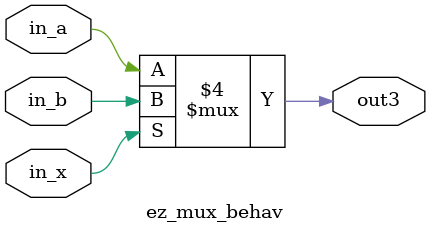
<source format=sv>
module ez_mux_behav(
    input logic in_a, in_b, in_x,
    output logic out3
  );

  always_comb
  begin
    if(in_x ==0)
    begin
      out3 = in_a;
    end
    else
    begin
      out3 = in_b;
    end
  end

endmodule

</source>
